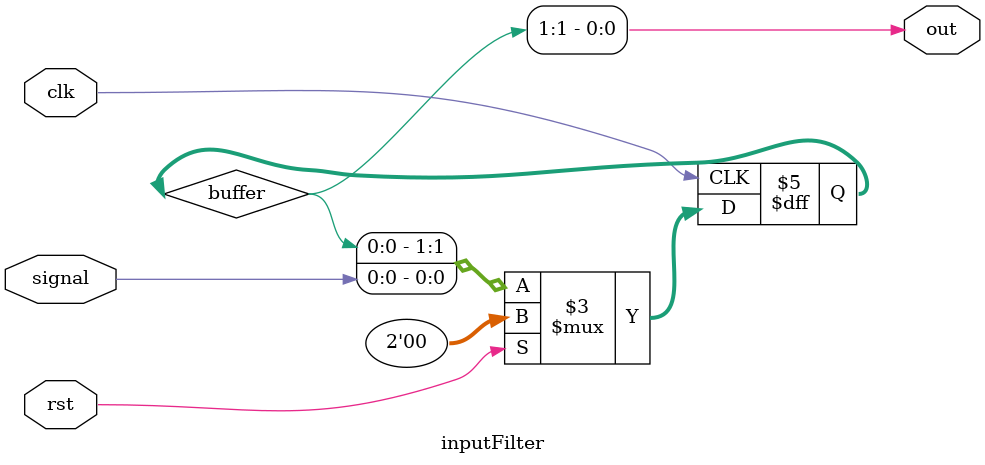
<source format=sv>
`ifndef COMMON_INCLUDE
`define COMMON_INCLUDE

module signalChange(	input 	bit	rst,
							input 	bit	clk,
							input 	bit 	signal,
							output 	bit	strobe);
	logic [1:0] buffer;
	assign strobe = buffer[1] ^ buffer[0];
	
	always_ff @ (posedge clk)
		if(rst)
			buffer <= 0;
		else	
			buffer <= {buffer[0], signal};
endmodule

module upFront(input 	bit	rst,
					input 	bit	clk,
					input 	bit 	signal,
					output 	bit	strobe);
					
	logic [1:0] buffer;
	assign strobe = !buffer[1] & buffer[0];
	
	always_ff @ (posedge clk)
		if(rst)
			buffer <= 0;
		else	
			buffer <= {buffer[0], signal};
endmodule

module downFront(	input 	bit	rst,
						input 	bit	clk,
						input 	bit 	signal,
						output 	bit	strobe);
					
	logic [1:0] buffer;
	assign strobe = buffer[1] & !buffer[0];
	
	always_ff @ (posedge clk)
		if(rst)
			buffer <= 0;
		else	
			buffer <= {buffer[0], signal};
endmodule

module inputFilter(	input 	bit	rst,
							input 	bit	clk,
							input 	bit 	signal,
							output 	bit	out);
	logic [1:0] buffer;
	assign out = buffer[1];
	
	always_ff @ (posedge clk)
		if(rst)
			buffer <= 0;
		else	
			buffer <= {buffer[0], signal};
endmodule

`endif 
</source>
